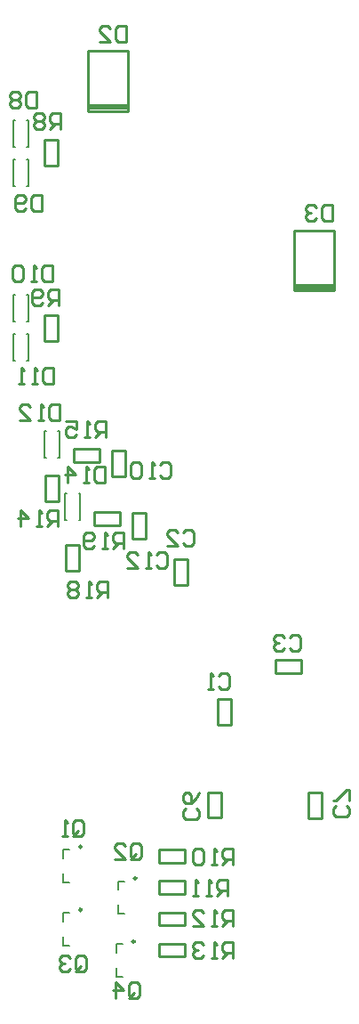
<source format=gbo>
G04 Layer_Color=32896*
%FSLAX44Y44*%
%MOMM*%
G71*
G01*
G75*
%ADD23C,0.2540*%
%ADD40C,0.2500*%
%ADD43C,0.2000*%
%ADD44C,0.1270*%
%ADD46R,3.6830X0.5080*%
D23*
X295310Y541251D02*
X307810D01*
Y516751D02*
Y541251D01*
X295310Y516751D02*
X307810D01*
X295310D02*
Y541251D01*
X392227Y433068D02*
Y445568D01*
X416727D01*
Y433068D02*
Y445568D01*
X392227Y433068D02*
X416727D01*
X336902Y408745D02*
X349402D01*
Y384245D02*
Y408745D01*
X336902Y384245D02*
X349402D01*
X336902D02*
Y408745D01*
X251344Y967808D02*
Y1024958D01*
X213244D02*
X251344D01*
X213244Y967808D02*
Y1024958D01*
Y967808D02*
X251344D01*
X447724Y797179D02*
Y854329D01*
X409624D02*
X447724D01*
X409624Y797179D02*
Y854329D01*
Y797179D02*
X447724D01*
X423213Y295469D02*
X435713D01*
X423213D02*
Y319969D01*
X435713D01*
Y295469D02*
Y319969D01*
X327443Y295670D02*
X339943D01*
X327443D02*
Y320170D01*
X339943D01*
Y295670D02*
Y320170D01*
X199408Y633916D02*
X223908D01*
Y646416D01*
X199408D02*
X223908D01*
X199408Y633916D02*
Y646416D01*
X280830Y252825D02*
X305329D01*
Y265325D01*
X280830D02*
X305329D01*
X280830Y252825D02*
Y265325D01*
Y193362D02*
X305329D01*
Y205862D01*
X280830D02*
X305329D01*
X280830Y193362D02*
Y205862D01*
Y163630D02*
X305329D01*
Y176130D01*
X280830D02*
X305329D01*
X280830Y163630D02*
Y176130D01*
X171943Y915675D02*
Y940175D01*
Y915675D02*
X184443D01*
Y940175D01*
X171943D02*
X184443D01*
X171943Y749408D02*
Y773908D01*
Y749408D02*
X184443D01*
Y773908D01*
X171943D02*
X184443D01*
X280830Y223093D02*
X305329D01*
Y235593D01*
X280830D02*
X305329D01*
X280830Y223093D02*
Y235593D01*
X248683Y620502D02*
Y645002D01*
X236183D02*
X248683D01*
X236183Y620502D02*
Y645002D01*
Y620502D02*
X248683D01*
X185172Y596357D02*
Y620857D01*
X172672D02*
X185172D01*
X172672Y596357D02*
Y620857D01*
Y596357D02*
X185172D01*
X204881Y531029D02*
Y555529D01*
X192381D02*
X204881D01*
X192381Y531029D02*
Y555529D01*
Y531029D02*
X204881D01*
X268271Y560755D02*
Y585255D01*
X255771D02*
X268271D01*
X255771Y560755D02*
Y585255D01*
Y560755D02*
X268271D01*
X219056Y574202D02*
X243556D01*
Y586702D01*
X219056D02*
X243556D01*
X219056Y574202D02*
Y586702D01*
X446392Y878451D02*
Y863216D01*
X438774D01*
X436235Y865755D01*
Y875912D01*
X438774Y878451D01*
X446392D01*
X431157Y875912D02*
X428617Y878451D01*
X423539D01*
X421000Y875912D01*
Y873372D01*
X423539Y870833D01*
X426078D01*
X423539D01*
X421000Y868294D01*
Y865755D01*
X423539Y863216D01*
X428617D01*
X431157Y865755D01*
X249952Y1049117D02*
Y1033882D01*
X242335D01*
X239796Y1036421D01*
Y1046578D01*
X242335Y1049117D01*
X249952D01*
X224561Y1033882D02*
X234717D01*
X224561Y1044039D01*
Y1046578D01*
X227100Y1049117D01*
X232178D01*
X234717Y1046578D01*
X405344Y467046D02*
X407884Y469585D01*
X412962D01*
X415501Y467046D01*
Y456890D01*
X412962Y454351D01*
X407884D01*
X405344Y456890D01*
X400266Y467046D02*
X397727Y469585D01*
X392649D01*
X390109Y467046D01*
Y464507D01*
X392649Y461968D01*
X395188D01*
X392649D01*
X390109Y459429D01*
Y456890D01*
X392649Y454351D01*
X397727D01*
X400266Y456890D01*
X303797Y566610D02*
X306336Y569150D01*
X311414D01*
X313954Y566610D01*
Y556454D01*
X311414Y553914D01*
X306336D01*
X303797Y556454D01*
X288562Y553914D02*
X298718D01*
X288562Y564071D01*
Y566610D01*
X291101Y569150D01*
X296179D01*
X298718Y566610D01*
X337959Y430423D02*
X340498Y432962D01*
X345577D01*
X348116Y430423D01*
Y420266D01*
X345577Y417727D01*
X340498D01*
X337959Y420266D01*
X332881Y417727D02*
X327803D01*
X330342D01*
Y432962D01*
X332881Y430423D01*
X459632Y306984D02*
X462171Y304445D01*
Y299367D01*
X459632Y296828D01*
X449476D01*
X446936Y299367D01*
Y304445D01*
X449476Y306984D01*
X462171Y312063D02*
Y322219D01*
X459632D01*
X449476Y312063D01*
X446936D01*
X316644Y304572D02*
X319183Y302033D01*
Y296954D01*
X316644Y294415D01*
X306487D01*
X303948Y296954D01*
Y302033D01*
X306487Y304572D01*
X319183Y319807D02*
X316644Y314729D01*
X311566Y309650D01*
X306487D01*
X303948Y312190D01*
Y317268D01*
X306487Y319807D01*
X309027D01*
X311566Y317268D01*
Y309650D01*
X198806Y281236D02*
Y291393D01*
X201346Y293932D01*
X206424D01*
X208963Y291393D01*
Y281236D01*
X206424Y278697D01*
X201346D01*
X203885Y283775D02*
X198806Y278697D01*
X201346D02*
X198806Y281236D01*
X193728Y278697D02*
X188650D01*
X191189D01*
Y293932D01*
X193728Y291393D01*
X253570Y258576D02*
Y268733D01*
X256109Y271272D01*
X261187D01*
X263727Y268733D01*
Y258576D01*
X261187Y256037D01*
X256109D01*
X258648Y261115D02*
X253570Y256037D01*
X256109D02*
X253570Y258576D01*
X238335Y256037D02*
X248492D01*
X238335Y266194D01*
Y268733D01*
X240874Y271272D01*
X245952D01*
X248492Y268733D01*
X201389Y152491D02*
Y162648D01*
X203928Y165187D01*
X209006D01*
X211545Y162648D01*
Y152491D01*
X209006Y149952D01*
X203928D01*
X206467Y155030D02*
X201389Y149952D01*
X203928D02*
X201389Y152491D01*
X196310Y162648D02*
X193771Y165187D01*
X188693D01*
X186154Y162648D01*
Y160109D01*
X188693Y157570D01*
X191232D01*
X188693D01*
X186154Y155030D01*
Y152491D01*
X188693Y149952D01*
X193771D01*
X196310Y152491D01*
X251927Y126669D02*
Y136825D01*
X254466Y139364D01*
X259545D01*
X262084Y136825D01*
Y126669D01*
X259545Y124129D01*
X254466D01*
X257006Y129208D02*
X251927Y124129D01*
X254466D02*
X251927Y126669D01*
X239231Y124129D02*
Y139364D01*
X246849Y131747D01*
X236692D01*
X186649Y950418D02*
Y965653D01*
X179032D01*
X176493Y963113D01*
Y958035D01*
X179032Y955496D01*
X186649D01*
X181571D02*
X176493Y950418D01*
X171414Y963113D02*
X168875Y965653D01*
X163797D01*
X161257Y963113D01*
Y960574D01*
X163797Y958035D01*
X161257Y955496D01*
Y952957D01*
X163797Y950418D01*
X168875D01*
X171414Y952957D01*
Y955496D01*
X168875Y958035D01*
X171414Y960574D01*
Y963113D01*
X168875Y958035D02*
X163797D01*
X185737Y782862D02*
Y798097D01*
X178119D01*
X175580Y795558D01*
Y790480D01*
X178119Y787940D01*
X185737D01*
X180658D02*
X175580Y782862D01*
X170501Y785401D02*
X167962Y782862D01*
X162884D01*
X160345Y785401D01*
Y795558D01*
X162884Y798097D01*
X167962D01*
X170501Y795558D01*
Y793019D01*
X167962Y790480D01*
X160345D01*
X350975Y251132D02*
Y266367D01*
X343358D01*
X340818Y263828D01*
Y258749D01*
X343358Y256210D01*
X350975D01*
X345897D02*
X340818Y251132D01*
X335740D02*
X330662D01*
X333201D01*
Y266367D01*
X335740Y263828D01*
X323044D02*
X320505Y266367D01*
X315427D01*
X312887Y263828D01*
Y253671D01*
X315427Y251132D01*
X320505D01*
X323044Y253671D01*
Y263828D01*
X345897Y221790D02*
Y237025D01*
X338279D01*
X335740Y234486D01*
Y229408D01*
X338279Y226868D01*
X345897D01*
X340818D02*
X335740Y221790D01*
X330662D02*
X325583D01*
X328122D01*
Y237025D01*
X330662Y234486D01*
X317966Y221790D02*
X312887D01*
X315427D01*
Y237025D01*
X317966Y234486D01*
X350975Y193016D02*
Y208251D01*
X343358D01*
X340818Y205712D01*
Y200634D01*
X343358Y198095D01*
X350975D01*
X345897D02*
X340818Y193016D01*
X335740D02*
X330662D01*
X333201D01*
Y208251D01*
X335740Y205712D01*
X312887Y193016D02*
X323044D01*
X312887Y203173D01*
Y205712D01*
X315427Y208251D01*
X320505D01*
X323044Y205712D01*
X350975Y161971D02*
Y177206D01*
X343358D01*
X340818Y174667D01*
Y169588D01*
X343358Y167049D01*
X350975D01*
X345897D02*
X340818Y161971D01*
X335740D02*
X330662D01*
X333201D01*
Y177206D01*
X335740Y174667D01*
X323044D02*
X320505Y177206D01*
X315427D01*
X312887Y174667D01*
Y172127D01*
X315427Y169588D01*
X317966D01*
X315427D01*
X312887Y167049D01*
Y164510D01*
X315427Y161971D01*
X320505D01*
X323044Y164510D01*
X281821Y631044D02*
X284361Y633583D01*
X289439D01*
X291978Y631044D01*
Y620887D01*
X289439Y618348D01*
X284361D01*
X281821Y620887D01*
X276743Y618348D02*
X271665D01*
X274204D01*
Y633583D01*
X276743Y631044D01*
X264047D02*
X261508Y633583D01*
X256430D01*
X253890Y631044D01*
Y620887D01*
X256430Y618348D01*
X261508D01*
X264047Y620887D01*
Y631044D01*
X278583Y546165D02*
X281122Y548704D01*
X286200D01*
X288740Y546165D01*
Y536008D01*
X286200Y533469D01*
X281122D01*
X278583Y536008D01*
X273505Y533469D02*
X268426D01*
X270965D01*
Y548704D01*
X273505Y546165D01*
X250652Y533469D02*
X260809D01*
X250652Y543626D01*
Y546165D01*
X253191Y548704D01*
X258270D01*
X260809Y546165D01*
X164265Y986099D02*
Y970864D01*
X156647D01*
X154108Y973403D01*
Y983560D01*
X156647Y986099D01*
X164265D01*
X149029Y983560D02*
X146490Y986099D01*
X141412D01*
X138873Y983560D01*
Y981020D01*
X141412Y978481D01*
X138873Y975942D01*
Y973403D01*
X141412Y970864D01*
X146490D01*
X149029Y973403D01*
Y975942D01*
X146490Y978481D01*
X149029Y981020D01*
Y983560D01*
X146490Y978481D02*
X141412D01*
X168824Y887922D02*
Y872687D01*
X161206D01*
X158667Y875226D01*
Y885383D01*
X161206Y887922D01*
X168824D01*
X153589Y875226D02*
X151050Y872687D01*
X145971D01*
X143432Y875226D01*
Y885383D01*
X145971Y887922D01*
X151050D01*
X153589Y885383D01*
Y882843D01*
X151050Y880304D01*
X143432D01*
X179801Y820807D02*
Y805572D01*
X172184D01*
X169645Y808111D01*
Y818267D01*
X172184Y820807D01*
X179801D01*
X164566Y805572D02*
X159488D01*
X162027D01*
Y820807D01*
X164566Y818267D01*
X151870D02*
X149331Y820807D01*
X144253D01*
X141713Y818267D01*
Y808111D01*
X144253Y805572D01*
X149331D01*
X151870Y808111D01*
Y818267D01*
X180059Y724033D02*
Y708798D01*
X172442D01*
X169902Y711337D01*
Y721494D01*
X172442Y724033D01*
X180059D01*
X164824Y708798D02*
X159746D01*
X162285D01*
Y724033D01*
X164824Y721494D01*
X152128Y708798D02*
X147050D01*
X149589D01*
Y724033D01*
X152128Y721494D01*
X186077Y688959D02*
Y673724D01*
X178459D01*
X175920Y676263D01*
Y686420D01*
X178459Y688959D01*
X186077D01*
X170841Y673724D02*
X165763D01*
X168302D01*
Y688959D01*
X170841Y686420D01*
X147989Y673724D02*
X158146D01*
X147989Y683880D01*
Y686420D01*
X150528Y688959D01*
X155606D01*
X158146Y686420D01*
X229124Y629541D02*
Y614306D01*
X221507D01*
X218967Y616845D01*
Y627002D01*
X221507Y629541D01*
X229124D01*
X213889Y614306D02*
X208811D01*
X211350D01*
Y629541D01*
X213889Y627002D01*
X193576Y614306D02*
Y629541D01*
X201193Y621923D01*
X191037D01*
X184106Y573079D02*
Y588314D01*
X176488D01*
X173949Y585775D01*
Y580697D01*
X176488Y578158D01*
X184106D01*
X179027D02*
X173949Y573079D01*
X168871D02*
X163792D01*
X166331D01*
Y588314D01*
X168871Y585775D01*
X148557Y573079D02*
Y588314D01*
X156175Y580697D01*
X146018D01*
X229885Y657580D02*
Y672816D01*
X222267D01*
X219728Y670276D01*
Y665198D01*
X222267Y662659D01*
X229885D01*
X224806D02*
X219728Y657580D01*
X214650D02*
X209571D01*
X212111D01*
Y672816D01*
X214650Y670276D01*
X191797Y672816D02*
X201954D01*
Y665198D01*
X196876Y667737D01*
X194336D01*
X191797Y665198D01*
Y660120D01*
X194336Y657580D01*
X199415D01*
X201954Y660120D01*
X231733Y505155D02*
Y520390D01*
X224116D01*
X221576Y517851D01*
Y512772D01*
X224116Y510233D01*
X231733D01*
X226655D02*
X221576Y505155D01*
X216498D02*
X211420D01*
X213959D01*
Y520390D01*
X216498Y517851D01*
X203802D02*
X201263Y520390D01*
X196185D01*
X193646Y517851D01*
Y515311D01*
X196185Y512772D01*
X193646Y510233D01*
Y507694D01*
X196185Y505155D01*
X201263D01*
X203802Y507694D01*
Y510233D01*
X201263Y512772D01*
X203802Y515311D01*
Y517851D01*
X201263Y512772D02*
X196185D01*
X247398Y552084D02*
Y567319D01*
X239780D01*
X237241Y564780D01*
Y559702D01*
X239780Y557163D01*
X247398D01*
X242320D02*
X237241Y552084D01*
X232163D02*
X227084D01*
X229624D01*
Y567319D01*
X232163Y564780D01*
X219467Y554624D02*
X216928Y552084D01*
X211849D01*
X209310Y554624D01*
Y564780D01*
X211849Y567319D01*
X216928D01*
X219467Y564780D01*
Y562241D01*
X216928Y559702D01*
X209310D01*
D40*
X207117Y208246D02*
G03*
X207117Y208246I-1250J0D01*
G01*
X207326Y268218D02*
G03*
X207326Y268218I-1250J0D01*
G01*
X257959Y178207D02*
G03*
X257959Y178207I-1250J0D01*
G01*
X259498Y238281D02*
G03*
X259498Y238281I-1250J0D01*
G01*
D43*
X189617Y205496D02*
X195617D01*
X189617Y197246D02*
Y205496D01*
Y174496D02*
X195617D01*
X189617D02*
Y182746D01*
X189826Y265468D02*
X195826D01*
X189826Y257218D02*
Y265468D01*
Y234468D02*
X195826D01*
X189826D02*
Y242718D01*
X240459Y175457D02*
X246459D01*
X240459Y167207D02*
Y175457D01*
Y144457D02*
X246459D01*
X240459D02*
Y152707D01*
X241998Y235531D02*
X247998D01*
X241998Y227281D02*
Y235531D01*
Y204531D02*
X247998D01*
X241998D02*
Y212781D01*
D44*
X142238Y896178D02*
X143508D01*
X155192Y921832D02*
X156462D01*
X155192Y896432D02*
X156462D01*
X142238Y921578D02*
X143508D01*
X156462Y896432D02*
Y921832D01*
X142238Y896178D02*
Y921578D01*
X155192Y959131D02*
X156462D01*
X142238Y933477D02*
X143508D01*
X142238Y958877D02*
X143508D01*
X155192Y933731D02*
X156462D01*
X142238Y933477D02*
Y958877D01*
X156462Y933731D02*
Y959131D01*
X155192Y792981D02*
X156462D01*
X142238Y767327D02*
X143508D01*
X142238Y792727D02*
X143508D01*
X155192Y767581D02*
X156462D01*
X142238Y767327D02*
Y792727D01*
X156462Y767581D02*
Y792981D01*
X142238Y730162D02*
X143508D01*
X155192Y755816D02*
X156462D01*
X155192Y730416D02*
X156462D01*
X142238Y755562D02*
X143508D01*
X156462Y730416D02*
Y755816D01*
X142238Y730162D02*
Y755562D01*
X184870Y663853D02*
X186140D01*
X171916Y638199D02*
X173186D01*
X171916Y663599D02*
X173186D01*
X184870Y638453D02*
X186140D01*
X171916Y638199D02*
Y663599D01*
X186140Y638453D02*
Y663853D01*
X204415Y604144D02*
X205685D01*
X191460Y578490D02*
X192731D01*
X191460Y603890D02*
X192731D01*
X204415Y578744D02*
X205685D01*
X191460Y578490D02*
Y603890D01*
X205685Y578744D02*
Y604144D01*
D46*
X231659Y971619D02*
D03*
X428039Y800989D02*
D03*
M02*

</source>
